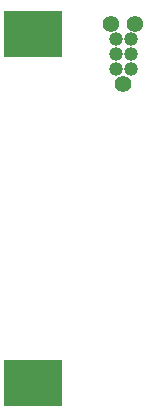
<source format=gts>
G04 #@! TF.FileFunction,Soldermask,Top*
%FSLAX46Y46*%
G04 Gerber Fmt 4.6, Leading zero omitted, Abs format (unit mm)*
G04 Created by KiCad (PCBNEW 4.0.7-e2-6376~61~ubuntu18.04.1) date Mon Jun  4 01:42:22 2018*
%MOMM*%
%LPD*%
G01*
G04 APERTURE LIST*
%ADD10C,0.100000*%
%ADD11R,5.000000X4.000000*%
%ADD12C,1.184860*%
%ADD13C,1.388060*%
%ADD14C,1.385520*%
G04 APERTURE END LIST*
D10*
D11*
X109220000Y-129481000D03*
X109220000Y-99881000D03*
D12*
X117475000Y-102870000D03*
X116205000Y-102870000D03*
X117475000Y-101600000D03*
X116205000Y-101600000D03*
X117475000Y-100330000D03*
X116205000Y-100330000D03*
D13*
X116840000Y-104140000D03*
D14*
X115824000Y-99060000D03*
X117856000Y-99060000D03*
M02*

</source>
